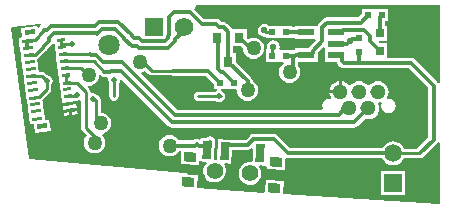
<source format=gbl>
%FSTAX23Y23*%
%MOIN*%
%SFA1B1*%

%IPPOS*%
%AMD38*
4,1,4,-0.011800,0.030300,-0.015700,-0.028500,0.011800,-0.030300,0.015700,0.028500,-0.011800,0.030300,0.0*
%
%AMD39*
4,1,4,-0.020700,-0.014400,0.018600,-0.017000,0.020700,0.014400,-0.018600,0.017000,-0.020700,-0.014400,0.0*
%
%AMD40*
4,1,4,0.014900,0.007100,-0.016200,0.003000,-0.014900,-0.007100,0.016200,-0.003000,0.014900,0.007100,0.0*
%
%AMD41*
4,1,4,0.012000,0.006700,-0.013400,0.003400,-0.012000,-0.006700,0.013400,-0.003400,0.012000,0.006700,0.0*
%
%AMD42*
4,1,4,0.015500,0.009900,-0.017600,0.005500,-0.015500,-0.009900,0.017600,-0.005500,0.015500,0.009900,0.0*
%
%ADD12C,0.010000*%
%ADD24C,0.070900*%
%ADD27C,0.014000*%
%ADD28C,0.062000*%
%ADD29R,0.062000X0.062000*%
%ADD30O,0.051200X0.051200*%
%ADD31C,0.055100*%
%ADD32C,0.059100*%
%ADD33R,0.059100X0.059100*%
%ADD34C,0.050000*%
%ADD35C,0.020000*%
%ADD36C,0.021600*%
%ADD37R,0.055100X0.023600*%
G04~CAMADD=38~9~0.0~0.0~591.0~276.0~0.0~0.0~0~0.0~0.0~0.0~0.0~0~0.0~0.0~0.0~0.0~0~0.0~0.0~0.0~86.3~314.0~605.0*
%ADD38D38*%
G04~CAMADD=39~9~0.0~0.0~394.0~315.0~0.0~0.0~0~0.0~0.0~0.0~0.0~0~0.0~0.0~0.0~0.0~0~0.0~0.0~0.0~176.3~414.0~339.0*
%ADD39D39*%
G04~CAMADD=40~9~0.0~0.0~315.0~102.0~0.0~0.0~0~0.0~0.0~0.0~0.0~0~0.0~0.0~0.0~0.0~0~0.0~0.0~0.0~7.5~324.0~141.0*
%ADD40D40*%
G04~CAMADD=41~9~0.0~0.0~256.0~102.0~0.0~0.0~0~0.0~0.0~0.0~0.0~0~0.0~0.0~0.0~0.0~0~0.0~0.0~0.0~7.5~268.0~133.0*
%ADD41D41*%
G04~CAMADD=42~9~0.0~0.0~335.0~157.0~0.0~0.0~0~0.0~0.0~0.0~0.0~0~0.0~0.0~0.0~0.0~0~0.0~0.0~0.0~7.5~352.0~197.0*
%ADD42D42*%
%ADD43R,0.031500X0.035400*%
%ADD44R,0.021700X0.021700*%
%ADD45R,0.021700X0.021700*%
%ADD46R,0.031500X0.031500*%
%LNpower_pcb-1*%
%LPD*%
G36*
X0173Y00624D02*
X01725Y00623D01*
X01722Y00627*
X01647Y00702*
X01641Y00706*
X01635Y00707*
X01555*
Y00756*
X01529*
X01527Y00759*
X01529Y00763*
X01555*
Y00815*
X01547*
Y00829*
X01558*
Y0087*
X01517*
X01517*
X01512*
X01471*
Y00853*
X01459Y00842*
X01353*
X01346Y0084*
X01341Y00837*
X01327Y00823*
X01323Y00817*
X01322Y00814*
X01248*
Y00809*
X01238*
Y00815*
X01197*
X01197*
X01192*
X01192*
X01158*
X01153Y00819*
X01145Y00821*
X01136Y00819*
X0113Y00815*
X01125Y00808*
X01123Y008*
X01125Y00791*
X0113Y00785*
X01136Y0078*
X01145Y00778*
X01146Y00779*
X01151Y00775*
Y00774*
X01192*
X01192*
X01197*
X01197*
X01238*
Y00775*
X01248*
Y0077*
X01314*
X01316Y00766*
X01294Y00743*
X01291Y00739*
X01248*
Y00735*
X01243Y00733*
X01243Y00733*
X01238Y00735*
X01199*
X01195Y0074*
X01196Y00745*
X01194Y00753*
X0119Y0076*
X01183Y00764*
X01175Y00766*
X01166Y00764*
X0116Y0076*
X01155Y00753*
X01153Y00745*
X01154Y0074*
X01151Y00735*
Y00694*
X01192*
X01192*
X01197*
X01197*
X01208*
X0121Y00689*
X01205Y00685*
X01199Y00677*
X01195Y00669*
X01194Y0066*
X01195Y0065*
X01199Y00642*
X01205Y00635*
X01212Y00629*
X0122Y00625*
X0123Y00624*
X01239Y00625*
X01247Y00629*
X01255Y00635*
X0126Y00642*
X01264Y0065*
X01265Y0066*
X01264Y00669*
X0126Y00677*
X01257Y00681*
Y00695*
X01323*
Y0072*
X01323Y00722*
Y00724*
X01342Y00742*
X01346Y0074*
Y00695*
X01387*
X01388Y0069*
X01392Y00684*
X01399Y00677*
X01405Y00674*
X01411Y00672*
X01627*
X01692Y00607*
Y00442*
X01655Y00405*
X01611*
X01609Y00409*
X01603Y00418*
X01594Y00424*
X01585Y00428*
X01575Y00429*
X01564Y00428*
X01555Y00424*
X01546Y00418*
X0154Y00409*
X01539Y00407*
X01232*
X0119Y00448*
X01185Y00452*
X01178Y00453*
X01108*
X01102Y00452*
X01096Y00448*
X01083Y00435*
X01024*
X00992Y00437*
X00988Y0037*
X00984Y00367*
X00982Y00367*
X0098Y00367*
X00976Y00371*
X00978Y00401*
X00979Y00402*
X00981Y00409*
Y00428*
X0098Y0043*
X00981Y00438*
X00977Y00438*
X00976Y00441*
X0097Y00444*
X00963Y00446*
X00957Y00444*
X00951Y00441*
X00951Y0044*
X00933Y00441*
X00933Y00437*
X00928Y00434*
X00926Y00436*
X0092Y00437*
X00913Y00436*
X00907Y00432*
X0086*
X0086Y00432*
X00855Y0044*
X00847Y00445*
X00839Y00449*
X0083Y0045*
X0082Y00449*
X00812Y00445*
X00805Y0044*
X00799Y00432*
X00795Y00424*
X00794Y00415*
X00795Y00405*
X00799Y00397*
X00805Y0039*
X00812Y00384*
X0082Y0038*
X0083Y00379*
X00839Y0038*
X00847Y00384*
X00855Y0039*
X0086Y00397*
X0086Y00397*
X00866*
X00869Y00394*
X00867Y00355*
X00926Y00351*
X00926Y00358*
X00928Y00362*
X0095Y00361*
X00953Y00356*
X00948Y00351*
X00944Y00342*
X00942Y00332*
X00942Y00322*
X00946Y00313*
X00951Y00305*
X00959Y00298*
X00967Y00294*
X00977Y00292*
X00987Y00292*
X00996Y00296*
X01005Y00301*
X01011Y00309*
X01015Y00317*
X01017Y00327*
X01017Y00337*
X01014Y00346*
X0101Y00352*
X01013Y00357*
X01035Y00355*
X01038Y00401*
X0109*
X01097Y00402*
X01102Y00406*
X01104Y00407*
X01109Y00405*
X01106Y00362*
X01102Y00359*
X011Y0036*
X0109Y00359*
X01081Y00356*
X01072Y0035*
X01066Y00343*
X01062Y00334*
X0106Y00324*
X0106Y00314*
X01063Y00305*
X01069Y00297*
X01076Y0029*
X01085Y00286*
X01095Y00284*
X01105Y00285*
X01114Y00288*
X01122Y00293*
X01129Y00301*
X01133Y0031*
X01135Y00319*
X01135Y00329*
X01131Y00339*
X01128Y00344*
X0113Y00349*
X01149Y00348*
X01154Y00343*
X01153Y00336*
X01213Y00332*
X01215Y0037*
X0122Y00373*
X01225Y00372*
X01539*
X0154Y0037*
X01546Y00361*
X01555Y00355*
X01564Y00351*
X01575Y0035*
X01585Y00351*
X01594Y00355*
X01603Y00361*
X01609Y0037*
X01611Y00374*
X01657*
X01658Y00374*
X01665Y00372*
X01671Y00374*
X01677Y00377*
X01722Y00422*
X01725Y00426*
X0173Y00425*
Y00223*
X01726Y0022*
X01208Y00254*
X0121Y00297*
X01151Y00301*
X01149Y00262*
X01145Y00258*
X00921Y00273*
X00924Y00316*
X00892Y00318*
Y00318*
X00892Y00318*
X00891Y00319*
X0089Y00321*
X00888Y00322*
X00887Y00322*
X00887Y00323*
X00885Y00324*
X00883Y00324*
X00882Y00325*
X00881Y00325*
X00361Y0037*
X003Y00807*
X00303Y00811*
X00399Y0082*
X004Y00819*
X00398Y00813*
X00397Y00812*
X00394Y00806*
X00393Y00806*
X00387Y0081*
X00387Y00813*
X00334Y00806*
X00338Y00776*
X00326Y00774*
X00329Y00751*
X00333Y00721*
X00335Y00704*
X00338Y00685*
X00338Y00681*
X00344Y00639*
X00345Y00634*
X00348Y0061*
X00352Y00581*
X00354Y00564*
X00356Y00545*
X00357Y0054*
X00361Y0051*
X00364Y00487*
X00376Y00488*
X0038Y00458*
X00433Y00465*
X00428Y00501*
X00414Y00499*
X0041Y00536*
X00409Y0054*
X00408Y00545*
X00406Y00564*
X00405Y00567*
X0043Y00592*
X00434Y00597*
X00435Y00603*
Y00616*
X00438Y00622*
X0044Y0063*
X00438Y00637*
X00434Y00644*
X00427Y00648*
X00421Y0065*
X00414Y00657*
X00409Y0066*
X00403Y00661*
X00393*
X00391Y00676*
X0039Y00681*
X0039Y00686*
X00387Y00704*
Y00705*
X00391Y00707*
X00415Y00731*
X00416Y00731*
X00422Y00735*
X00439Y00752*
X00441Y00754*
X00443Y00755*
X00446Y00753*
X00452Y00708*
X00455Y00684*
X00461Y00637*
X00464Y00614*
X00468Y00591*
X00472Y00557*
X00495Y0056*
X00519Y00563*
X0052Y00564*
X00527Y00566*
X00529Y00567*
X00534Y00564*
Y00475*
X00535Y00469*
X00539Y00464*
X00554Y00449*
X00549Y00442*
X00545Y00434*
X00544Y00425*
X00545Y00415*
X00549Y00407*
X00555Y004*
X00562Y00394*
X0057Y0039*
X0058Y00389*
X00589Y0039*
X00597Y00394*
X00605Y004*
X0061Y00407*
X00614Y00415*
X00615Y00425*
X00614Y00434*
X0061Y00442*
X00605Y0045*
X00604Y0045*
X00606Y00455*
X00609Y00455*
X00617Y00459*
X00625Y00465*
X0063Y00472*
X00634Y0048*
X00635Y0049*
X00634Y00499*
X0063Y00507*
X00625Y00515*
X00617Y0052*
X00609Y00524*
X006Y00525*
Y00568*
X00599Y00574*
X00595Y00579*
X0059Y00582*
X0059*
X00589Y00584*
X00582Y00588*
X00575Y0059*
X0057Y00589*
X00565Y00593*
Y00595*
X00564Y006*
X0056Y00605*
X00556Y0061*
X00558Y00614*
X0056Y00614*
X00569Y00615*
X00577Y00619*
X00585Y00625*
X0059Y00632*
X00594Y0064*
X00595Y00649*
X00599Y00651*
X00601Y0065*
X00602Y00647*
X00608Y00644*
X00615Y00642*
X00622*
X00625Y00638*
X00624Y00635*
X00626Y00627*
X00629Y00621*
Y00583*
X00629Y0058*
X0063Y00574*
X00633Y00569*
X00638Y00565*
X00644Y00564*
X0065Y00565*
X00655Y00569*
X00655Y00569*
X00659Y00574*
X0066Y0058*
Y00621*
X00663Y00627*
X00665Y00633*
X0067Y00635*
X00825Y0048*
X0083Y00476*
X00837Y00475*
X01445*
X01452Y00476*
X01457Y0048*
X01482Y00505*
X01483Y00504*
X01492Y00503*
X01501Y00504*
X0151Y00508*
X01518Y00514*
X01523Y00521*
X01527Y0053*
X01528Y00539*
X01527Y00548*
X01525Y00553*
X01528Y00559*
X01533Y0056*
X01535Y00558*
X01537Y00556*
X01535Y00547*
X01537Y00538*
X01542Y0053*
X0155Y00525*
X01559Y00523*
X01568Y00525*
X01576Y0053*
X01581Y00538*
X01583Y00547*
X01581Y00556*
X01576Y00564*
X01568Y00569*
X01559Y00571*
X01557Y00571*
X01554Y00575*
X01555Y00576*
X01558Y00585*
X0156Y00594*
X01558Y00604*
X01555Y00612*
X01549Y0062*
X01542Y00625*
X01533Y00629*
X01524Y0063*
X01514Y00629*
X01506Y00625*
X01498Y0062*
X01495Y00616*
X01489*
X01486Y0062*
X01479Y00625*
X0147Y00629*
X01461Y0063*
X01451Y00629*
X01443Y00625*
X01435Y0062*
X01432Y00616*
X01426*
X01423Y0062*
X01416Y00625*
X01407Y00629*
X01403Y0063*
Y00594*
X01398*
Y00589*
X01362*
X01363Y00585*
X01367Y00576*
X01367Y00575*
X01364Y00571*
X01362Y00571*
X01353Y00569*
X01345Y00564*
X0134Y00556*
X01338Y00547*
X0134Y00539*
X01337Y00534*
X00856*
X00734Y00655*
X00736Y0066*
X00739Y0066*
X00747Y00664*
X00748Y00665*
X00759Y00654*
X00764Y0065*
X0077Y00649*
X00832*
X00833Y00649*
X0084Y00647*
X00949*
X00976Y00621*
Y00604*
X00988*
X00988Y00599*
X00987Y00598*
X00981Y00595*
X00925*
X00919Y00594*
X00914Y0059*
X00911Y00585*
X0091Y0058*
X00911Y00574*
X00914Y00569*
X00919Y00565*
X00925Y00564*
X00981*
X00987Y00561*
X00995Y00559*
X01002Y00561*
X01009Y00565*
X01013Y00572*
X01015Y0058*
X01013Y00587*
X01009Y00594*
X01002Y00598*
X01001Y00599*
X01001Y00604*
X01017*
X01022*
X01022*
X01051*
X01054Y006*
X01054Y006*
X01055Y0059*
X01059Y00582*
X01065Y00575*
X01072Y00569*
X0108Y00565*
X0109Y00564*
X01099Y00565*
X01107Y00569*
X01115Y00575*
X0112Y00582*
X01124Y0059*
X01125Y006*
X01124Y00609*
X0112Y00617*
X01115Y00625*
X01107Y0063*
X01107Y0063*
X01106Y00635*
X01102Y00641*
X0105Y00692*
Y00723*
X01042*
Y00746*
X01067*
X01074Y00739*
X01075Y0073*
X01079Y00722*
X01085Y00715*
X01092Y00709*
X011Y00705*
X0111Y00704*
X01119Y00705*
X01127Y00709*
X01135Y00715*
X0114Y00722*
X01144Y0073*
X01145Y0074*
X01144Y00749*
X0114Y00757*
X01135Y00765*
X01127Y0077*
X01119Y00774*
X0111Y00775*
X011Y00774*
X01092Y0077*
X01088Y00775*
Y00802*
X01055*
X01053Y00802*
X01052Y00802*
X0104*
X01037Y00806*
X01022Y00821*
X01017Y00825*
X0101Y00826*
X01003*
X00997Y00832*
X00991Y00836*
X00985Y00837*
X00943*
X00913Y00867*
X00912Y00869*
X00913Y00874*
X00914Y00874*
X00914Y00875*
X00915Y00877*
X00916Y00878*
X00917Y00879*
X00917Y0088*
X00917Y00882*
X00918Y00884*
X00918Y00885*
X0173*
Y00624*
G37*
%LNpower_pcb-2*%
%LPC*%
G36*
X01393Y0063D02*
X01388Y00629D01*
X0138Y00625*
X01372Y0062*
X01367Y00612*
X01363Y00604*
X01362Y00599*
X01393*
Y0063*
G37*
G36*
X00519Y00553D02*
X00496Y0055D01*
X00473Y00547*
X00474Y00544*
X00475Y00534*
X00498Y00537*
X0052Y0054*
X0052Y00543*
X00519Y00553*
G37*
G36*
X00522Y0053D02*
X00504Y00527D01*
X00505Y00517*
X00523Y0052*
X00522Y0053*
G37*
G36*
X00494Y00526D02*
X00476Y00524D01*
X00478Y00514*
X00495Y00516*
X00494Y00526*
G37*
G36*
X01614Y00329D02*
X01535D01*
Y0025*
X01614*
Y00329*
G37*
%LNpower_pcb-3*%
%LPD*%
G54D12*
X00576Y00696D02*
X00612Y0066D01*
X00615*
X00477Y00696D02*
X00576D01*
X0073Y00695D02*
X0074D01*
X0077Y00665*
X0084*
X0042Y00603D02*
Y0063D01*
X00395Y00578D02*
X0042Y00603D01*
X00381Y00578D02*
X00395D01*
X00378Y00575D02*
X00381Y00578D01*
X00403Y00646D02*
X0042Y0063D01*
X00369Y00646D02*
X00403D01*
X0047Y00755D02*
X00505D01*
X0047Y00743D02*
Y00755D01*
X00469Y00744D02*
Y00764D01*
Y00744D02*
X0047Y00743D01*
X00467Y00766D02*
X00469Y00764D01*
X00517Y00585D02*
X0052D01*
X00513Y0058D02*
X00517Y00585D01*
X00494Y0058D02*
X00513D01*
X00492Y00579D02*
X00494Y0058D01*
X0052Y00624D02*
X0055Y00595D01*
X00483Y00649D02*
X00488D01*
X0055Y00475D02*
X0058Y00445D01*
X0055Y00475D02*
Y00595D01*
X0058Y00425D02*
Y00445D01*
X00484Y00647D02*
X0049D01*
X00488Y00649D02*
X0049Y00647D01*
X00499Y00624D02*
X0052D01*
X00576Y00568D02*
X00585D01*
X00575Y0057D02*
X00576Y00568D01*
X00484Y00627D02*
X00487Y00624D01*
X00499*
X00484Y00627D02*
Y00647D01*
X00499Y00624D02*
X00499Y00624D01*
X00557Y0065D02*
X0056D01*
X00534Y00672D02*
X00557Y0065D01*
X0048Y00672D02*
X00534D01*
X00559Y00649D02*
X0056Y0065D01*
X00995Y0058D02*
X01D01*
X00925D02*
X00995D01*
X00644D02*
X00645Y0058D01*
Y00635*
X00585Y00505D02*
Y00568D01*
Y00505D02*
X006Y0049D01*
X0158Y0038D02*
X0159Y0039D01*
X01665*
X01575Y00385D02*
X0158Y0038D01*
X01575Y00385D02*
Y0039D01*
X01172Y00742D02*
X01175Y00745D01*
X01172Y00715D02*
Y00742D01*
X01145Y008D02*
X0115Y00795D01*
X01172*
X0146Y00773D02*
X01463Y00769D01*
X00474Y00719D02*
X00564D01*
X00395Y00785D02*
X0041Y008D01*
X00395Y0078D02*
Y00785D01*
X00382Y00767D02*
X00395Y0078D01*
X0037Y00767D02*
X00382D01*
X00368Y00765D02*
X0037Y00767D01*
X00356Y00765D02*
X00368D01*
X00354Y00763D02*
X00356Y00765D01*
X00381Y00718D02*
X0041Y00747D01*
X00362Y00718D02*
X00381D01*
X0036Y00716D02*
X00362Y00718D01*
G54D24*
X00627Y0075D03*
G54D27*
X01415Y00539D02*
Y00543D01*
X00704Y00747D02*
X00721D01*
X00679Y00771D02*
X00704Y00747D01*
X00679Y00771D02*
Y00772D01*
X00609Y00695D02*
X0067D01*
X00585Y00718D02*
X00609Y00695D01*
X00435Y00814D02*
X00582D01*
X00566Y00718D02*
X00585D01*
X00703Y00781D02*
X0071Y00775D01*
X00703Y00781D02*
Y00782D01*
X00659Y00827D02*
X00703Y00782D01*
X00595Y00827D02*
X00659D01*
X00582Y00814D02*
X00595Y00827D01*
X00649Y00803D02*
X00679Y00772D01*
X00605Y00803D02*
X00649D01*
X00588Y00786D02*
X00605Y00803D01*
X00588Y00786D02*
D01*
X00584Y0079D02*
X00588Y00786D01*
X0067Y00695D02*
X00848Y00516D01*
X00564Y00719D02*
X00566Y00718D01*
X00668Y00662D02*
X00837Y00492D01*
X00633Y00662D02*
X00668D01*
X00631Y0066D02*
X00633Y00662D01*
X00615Y0066D02*
X00631D01*
X00845Y0086D02*
X00896D01*
X00829Y00844D02*
X00845Y0086D01*
X00829Y00784D02*
Y00844D01*
X00825Y0078D02*
X00829Y00784D01*
X00825Y00773D02*
Y0078D01*
X00815Y00763D02*
X00825Y00773D01*
Y00739D02*
X00849Y00763D01*
Y0077*
X00877Y00798*
Y00811*
X00729Y00739D02*
X00825D01*
X00727Y00775D02*
X00739Y00763D01*
X00815*
X0071Y00775D02*
X00727D01*
X00848Y00516D02*
X01393D01*
X00721Y00747D02*
X00729Y00739D01*
X00427Y00772D02*
X00445Y0079D01*
X00427Y00765D02*
Y00772D01*
X0041Y00747D02*
X00427Y00765D01*
X00445Y0079D02*
X00584D01*
X0084Y00665D02*
X00957D01*
X00837Y00492D02*
X01445D01*
X00896Y0086D02*
X00936Y0082D01*
X00421Y008D02*
X00435Y00814D01*
X0041Y008D02*
X00421D01*
X01436Y00769D02*
X01463D01*
X01422Y00755D02*
X01432Y00765D01*
X0092Y0042D02*
X00927Y00412D01*
X00915Y00415D02*
X0092Y0042D01*
X0083Y00415D02*
X00915D01*
X00957Y00665D02*
X00997Y00625D01*
X01432Y00765D02*
X01436Y00769D01*
X01384Y00755D02*
X01422D01*
X01665Y0039D02*
X0171Y00435D01*
X01225Y0039D02*
X01575D01*
X0143Y00765D02*
X01432D01*
X0146Y0069D02*
X01635D01*
X01477Y008D02*
X01497Y00781D01*
X01408Y008D02*
X01477D01*
X01466Y00824D02*
X01492Y0085D01*
X01353Y00824D02*
X01466D01*
X01635Y0069D02*
X0171Y00615D01*
X01339Y00811D02*
X01353Y00824D01*
X01384Y00792D02*
X014D01*
X01497Y00763D02*
Y00781D01*
X014Y00792D02*
X01408Y008D01*
X01507Y00752D02*
X0153Y0073D01*
X01507Y00752D02*
Y00753D01*
X01497Y00763D02*
X01507Y00753D01*
X01108Y00436D02*
X01178D01*
X0109Y00418D02*
X01108Y00436D01*
X01022Y00418D02*
X0109D01*
X01014Y00409D02*
X01022Y00418D01*
X01014Y00396D02*
Y00409D01*
X01404Y00697D02*
Y00712D01*
X01399Y00717D02*
X01404Y00712D01*
X01384Y00717D02*
X01399D01*
X0125D02*
X01285D01*
X0124Y0067D02*
Y00715D01*
X01247*
X01218D02*
X0124D01*
X01247D02*
X0125Y00717D01*
X0123Y0066D02*
X0124Y0067D01*
X0109Y006D02*
Y00629D01*
X0171Y00435D02*
Y00615D01*
X01411Y0069D02*
X0146D01*
X01404Y00697D02*
X01411Y0069D01*
X0146D02*
Y00727D01*
X01445Y00492D02*
X01492Y00539D01*
X01393Y00516D02*
X01415Y00539D01*
Y00543D02*
X01419Y00539D01*
X01178Y00436D02*
X01225Y0039D01*
X01062Y00776D02*
X01098Y0074D01*
X01053Y00785D02*
X01062Y00776D01*
X01098Y0074D02*
X0111D01*
X00985Y0082D02*
X00995Y00809D01*
X00936Y0082D02*
X00985D01*
X00995Y00809D02*
X0101D01*
X01025Y00794*
Y00695D02*
Y00794D01*
X00354Y00743D02*
X00357Y0074D01*
X00354Y00743D02*
Y00763D01*
X01025Y00694D02*
X0109Y00629D01*
X00927Y00412D02*
X00946D01*
X00955Y00403*
Y004D02*
Y00403D01*
X01419Y00539D02*
X01429D01*
X00963Y00409D02*
Y00428D01*
X00955Y004D02*
X00963Y00409D01*
X01062Y00774D02*
Y00776D01*
X00992Y0067D02*
Y00769D01*
Y0067D02*
X01002Y0066D01*
X01007*
X01043Y00625*
X00987Y00774D02*
X00992Y00769D01*
X01218Y00795D02*
X0122Y00792D01*
X01285*
X01025Y00694D02*
Y00695D01*
X01306Y00722D02*
Y00731D01*
X01301Y00717D02*
X01306Y00722D01*
X01285Y00717D02*
X01301D01*
X01306Y00731D02*
X01339Y00764D01*
Y00811*
X0153Y00842D02*
X01538Y0085D01*
X0153Y00789D02*
Y00842D01*
G54D28*
X00877Y00811D03*
G54D29*
X00777Y00811D03*
G54D30*
X01492Y00539D03*
X01524Y00594D03*
X01461D03*
X01398D03*
X01429Y00539D03*
G54D31*
X01097Y00322D03*
X0098Y0033D03*
G54D32*
X01575Y0039D03*
G54D33*
X01575Y0029D03*
G54D34*
X0073Y00695D03*
X0083Y00415D03*
X006Y0049D03*
X0058Y00425D03*
X0123Y0066D03*
X0109Y006D03*
X0056Y0065D03*
X0111Y0074D03*
G54D35*
X0042Y0063D03*
X00505Y00755D03*
X0052Y00585D03*
X00575Y0057D03*
X00995Y0058D03*
X00645Y00635D03*
G54D36*
X01175Y00745D03*
X01145Y008D03*
X0143Y00765D03*
G54D37*
X01285Y00792D03*
Y00717D03*
X01384D03*
Y00755D03*
Y00792D03*
G54D38*
X01131Y00389D03*
X01014Y00396D03*
X00955Y004D03*
G54D39*
X01185Y0036D03*
X01179Y00273D03*
X00898Y00378D03*
X00892Y00292D03*
G54D40*
X00388Y00505D03*
X00385Y00529D03*
X00381Y00552D03*
X00378Y00575D03*
X00375Y00599D03*
X00372Y00622D03*
X00369Y00646D03*
X00366Y00669D03*
X00363Y00693D03*
X0036Y00716D03*
X00357Y00739D03*
X00354Y00763D03*
G54D41*
X00498Y00532D03*
X00495Y00555D03*
X00492Y00579D03*
X00489Y00602D03*
X00486Y00625D03*
X00483Y00649D03*
X0048Y00672D03*
X00477Y00696D03*
X00474Y00719D03*
X0047Y00743D03*
X00467Y00766D03*
G54D42*
X00404Y0048D03*
X00363Y00792D03*
G54D43*
X01025Y00695D03*
X01062Y00774D03*
X00987D03*
G54D44*
X00997Y00625D03*
X01043D03*
X01218Y00715D03*
X01172D03*
Y00795D03*
X01218D03*
X01538Y0085D03*
X01492D03*
G54D45*
X0146Y00727D03*
Y00773D03*
G54D46*
X0153Y00789D03*
Y0073D03*
M02*
</source>
